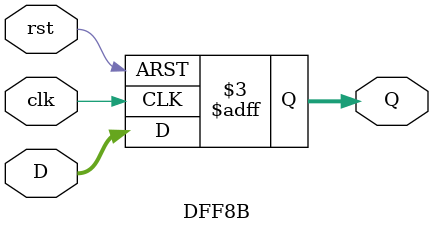
<source format=sv>
module DFF8B
(
	input logic clk,
	input logic rst,
	input logic [7:0]D,
	output logic [7:0]Q
);

always_ff @(posedge clk or negedge rst)
begin 
	if (!rst)
	Q<= 8'b00000000;
	else 
	Q<= D;
end 
endmodule
</source>
